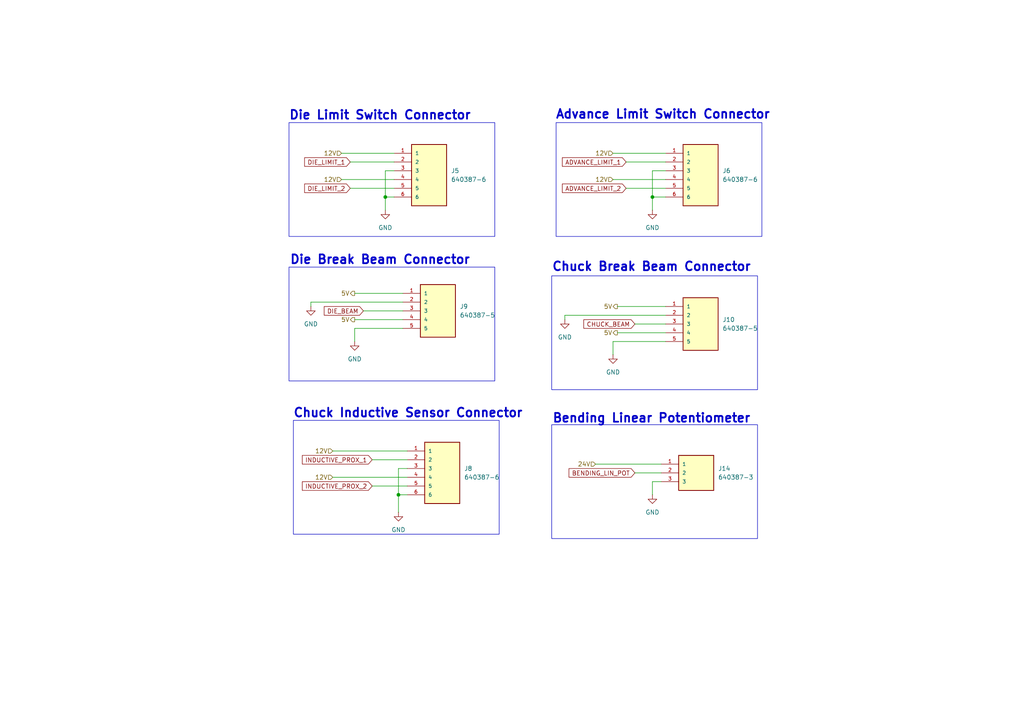
<source format=kicad_sch>
(kicad_sch (version 20231120) (generator "eeschema") (generator_version "8.0")
  (paper "A4")
  (lib_symbols
    (symbol "640387-3:640387-3" (pin_names (offset 1.016))
      (property "Reference" "J" (at -5.58 5.08 0))
      (property "Value" "640387-3" (at -5.08 -7.62 0))
      (symbol "640387-3_0_0"
        (rectangle (start -5.08 -5.08) (end 5.08 5.08) (stroke (width 0.254)) (fill (type background)))
        (pin passive line (at -10.16 2.54 0) (length 5.08) (name "1") (number "1"))
        (pin passive line (at -10.16 0 0) (length 5.08) (name "2") (number "2"))
        (pin passive line (at -10.16 -2.54 0) (length 5.08) (name "3") (number "3"))
      )
    )
    (symbol "640387-5:640387-5" (pin_names (offset 1.016))
      (property "Reference" "J" (at -5.58 7.62 0))
      (property "Value" "640387-5" (at -5.08 -10.16 0))
      (symbol "640387-5_0_0"
        (rectangle (start -5.08 -7.62) (end 5.08 7.62) (stroke (width 0.254)) (fill (type background)))
        (pin passive line (at -10.16 5.08 0) (length 5.08) (name "1") (number "1"))
        (pin passive line (at -10.16 2.54 0) (length 5.08) (name "2") (number "2"))
        (pin passive line (at -10.16 0 0) (length 5.08) (name "3") (number "3"))
        (pin passive line (at -10.16 -2.54 0) (length 5.08) (name "4") (number "4"))
        (pin passive line (at -10.16 -5.08 0) (length 5.08) (name "5") (number "5"))
      )
    )
    (symbol "640387-6:640387-6" (pin_names (offset 1.016))
      (property "Reference" "J" (at -5.58 10.16 0))
      (property "Value" "640387-6" (at -5.08 -10.16 0))
      (symbol "640387-6_0_0"
        (rectangle (start -5.08 -7.62) (end 5.08 10.16) (stroke (width 0.254)) (fill (type background)))
        (pin passive line (at -10.16 7.62 0) (length 5.08) (name "1") (number "1"))
        (pin passive line (at -10.16 5.08 0) (length 5.08) (name "2") (number "2"))
        (pin passive line (at -10.16 2.54 0) (length 5.08) (name "3") (number "3"))
        (pin passive line (at -10.16 0 0) (length 5.08) (name "4") (number "4"))
        (pin passive line (at -10.16 -2.54 0) (length 5.08) (name "5") (number "5"))
        (pin passive line (at -10.16 -5.08 0) (length 5.08) (name "6") (number "6"))
      )
    )
    (symbol "power:GND" (power) (pin_numbers hide) (pin_names (offset 0) hide)
      (property "Value" "GND" (at 0 -3.81 0))
      (symbol "GND_0_1"
        (polyline (pts (xy 0 0) (xy 0 -1.27) (xy 1.27 -1.27) (xy 0 -2.54) (xy -1.27 -1.27) (xy 0 -1.27)))
      )
      (symbol "GND_1_1"
        (pin power_in line (at 0 0 270) (length 0) (name "~") (number "1"))
      )
    )
  )
  (junction (at 189.23 57.15))
  (junction (at 111.76 57.15))
  (junction (at 115.57 143.51))
  (wire (pts (xy 96.52 138.43) (xy 118.11 138.43)))
  (wire (pts (xy 96.52 130.81) (xy 118.11 130.81)))
  (wire (pts (xy 181.61 54.61) (xy 193.04 54.61)))
  (wire (pts (xy 114.3 49.53) (xy 111.76 49.53)))
  (wire (pts (xy 177.8 102.87) (xy 177.8 99.06)))
  (wire (pts (xy 179.07 96.52) (xy 193.04 96.52)))
  (wire (pts (xy 102.87 95.25) (xy 116.84 95.25)))
  (wire (pts (xy 105.41 90.17) (xy 116.84 90.17)))
  (wire (pts (xy 114.3 52.07) (xy 99.06 52.07)))
  (wire (pts (xy 101.6 46.99) (xy 114.3 46.99)))
  (wire (pts (xy 102.87 85.09) (xy 116.84 85.09)))
  (wire (pts (xy 115.57 135.89) (xy 115.57 143.51)))
  (wire (pts (xy 177.8 44.45) (xy 193.04 44.45)))
  (wire (pts (xy 118.11 135.89) (xy 115.57 135.89)))
  (wire (pts (xy 102.87 92.71) (xy 116.84 92.71)))
  (wire (pts (xy 102.87 99.06) (xy 102.87 95.25)))
  (wire (pts (xy 189.23 49.53) (xy 189.23 57.15)))
  (wire (pts (xy 189.23 49.53) (xy 193.04 49.53)))
  (wire (pts (xy 184.15 137.16) (xy 191.77 137.16)))
  (wire (pts (xy 101.6 54.61) (xy 114.3 54.61)))
  (wire (pts (xy 163.83 91.44) (xy 193.04 91.44)))
  (wire (pts (xy 179.07 88.9) (xy 193.04 88.9)))
  (wire (pts (xy 189.23 57.15) (xy 189.23 60.96)))
  (wire (pts (xy 99.06 44.45) (xy 114.3 44.45)))
  (wire (pts (xy 184.15 93.98) (xy 193.04 93.98)))
  (wire (pts (xy 191.77 139.7) (xy 189.23 139.7)))
  (wire (pts (xy 177.8 52.07) (xy 193.04 52.07)))
  (wire (pts (xy 107.95 133.35) (xy 118.11 133.35)))
  (wire (pts (xy 115.57 143.51) (xy 115.57 148.59)))
  (wire (pts (xy 189.23 139.7) (xy 189.23 143.51)))
  (wire (pts (xy 111.76 49.53) (xy 111.76 57.15)))
  (wire (pts (xy 90.17 87.63) (xy 116.84 87.63)))
  (wire (pts (xy 172.72 134.62) (xy 191.77 134.62)))
  (wire (pts (xy 189.23 57.15) (xy 193.04 57.15)))
  (wire (pts (xy 111.76 57.15) (xy 111.76 60.96)))
  (wire (pts (xy 107.95 140.97) (xy 118.11 140.97)))
  (wire (pts (xy 111.76 57.15) (xy 114.3 57.15)))
  (wire (pts (xy 177.8 99.06) (xy 193.04 99.06)))
  (wire (pts (xy 163.83 92.71) (xy 163.83 91.44)))
  (wire (pts (xy 115.57 143.51) (xy 118.11 143.51)))
  (wire (pts (xy 90.17 88.9) (xy 90.17 87.63)))
  (wire (pts (xy 181.61 46.99) (xy 193.04 46.99)))
  (rectangle (start 85.09 121.92) (end 144.78 154.94))
  (rectangle (start 83.82 77.47) (end 143.51 110.49))
  (rectangle (start 83.82 35.56) (end 143.51 68.58))
  (rectangle (start 160.02 80.01) (end 219.71 113.03))
  (rectangle (start 161.29 35.56) (end 220.98 68.58))
  (rectangle (start 160.02 123.19) (end 219.71 156.21))
  (text "Chuck Inductive Sensor Connector" (at 118.364 119.888 0) (effects (font (size 2.54 2.54) (thickness 0.508) (bold yes))))
  (text "Advance Limit Switch Connector" (at 192.278 33.274 0) (effects (font (size 2.54 2.54) (thickness 0.508) (bold yes))))
  (text "Die Break Beam Connector" (at 110.236 75.438 0) (effects (font (size 2.54 2.54) (thickness 0.508) (bold yes))))
  (text "Chuck Break Beam Connector" (at 188.976 77.47 0) (effects (font (size 2.54 2.54) (thickness 0.508) (bold yes))))
  (text "Bending Linear Potentiometer" (at 188.976 121.412 0) (effects (font (size 2.54 2.54) (thickness 0.508) (bold yes))))
  (text "Die Limit Switch Connector" (at 110.236 33.528 0) (effects (font (size 2.54 2.54) (thickness 0.508) (bold yes))))
  (global_label "CHUCK_BEAM" (shape input) (at 184.15 93.98 180) (property "Intersheetrefs" "${INTERSHEET_REFS}" (effects (hide yes))))
  (global_label "BENDING_LIN_POT" (shape input) (at 184.15 137.16 180) (property "Intersheetrefs" "${INTERSHEET_REFS}" (effects (hide yes))))
  (global_label "DIE_LIMIT_2" (shape input) (at 101.6 54.61 180) (property "Intersheetrefs" "${INTERSHEET_REFS}" (effects (hide yes))))
  (global_label "DIE_LIMIT_1" (shape input) (at 101.6 46.99 180) (property "Intersheetrefs" "${INTERSHEET_REFS}" (effects (hide yes))))
  (global_label "INDUCTIVE_PROX_1" (shape input) (at 107.95 133.35 180) (property "Intersheetrefs" "${INTERSHEET_REFS}" (effects (hide yes))))
  (global_label "ADVANCE_LIMIT_1" (shape input) (at 181.61 46.99 180) (property "Intersheetrefs" "${INTERSHEET_REFS}" (effects (hide yes))))
  (global_label "INDUCTIVE_PROX_2" (shape input) (at 107.95 140.97 180) (property "Intersheetrefs" "${INTERSHEET_REFS}" (effects (hide yes))))
  (global_label "ADVANCE_LIMIT_2" (shape input) (at 181.61 54.61 180) (property "Intersheetrefs" "${INTERSHEET_REFS}" (effects (hide yes))))
  (global_label "DIE_BEAM" (shape input) (at 105.41 90.17 180) (property "Intersheetrefs" "${INTERSHEET_REFS}" (effects (hide yes))))
  (hierarchical_label "5V" (shape output) (at 102.87 85.09 180))
  (hierarchical_label "12V" (shape input) (at 177.8 52.07 180))
  (hierarchical_label "12V" (shape input) (at 99.06 52.07 180))
  (hierarchical_label "5V" (shape output) (at 179.07 96.52 180))
  (hierarchical_label "12V" (shape input) (at 99.06 44.45 180))
  (hierarchical_label "5V" (shape output) (at 102.87 92.71 180))
  (hierarchical_label "12V" (shape input) (at 177.8 44.45 180))
  (hierarchical_label "12V" (shape input) (at 96.52 138.43 180))
  (hierarchical_label "24V" (shape input) (at 172.72 134.62 180))
  (hierarchical_label "12V" (shape input) (at 96.52 130.81 180))
  (hierarchical_label "5V" (shape output) (at 179.07 88.9 180))
  (symbol (lib_id "power:GND") (at 102.87 99.06 0) (unit 1)
    (property "Reference" "#PWR037" (effects (hide yes)))
    (property "Value" "GND" (at 102.87 104.14 0))
    (property "Description" "Power symbol creates a global label with name \"GND\" , ground" (effects (hide yes)))
  )
  (symbol (lib_id "power:GND") (at 111.76 60.96 0) (unit 1)
    (property "Reference" "#PWR034" (effects (hide yes)))
    (property "Value" "GND" (at 111.76 66.04 0))
    (property "Description" "Power symbol creates a global label with name \"GND\" , ground" (effects (hide yes)))
  )
  (symbol (lib_id "640387-5:640387-5") (at 203.2 93.98 0) (unit 1)
    (property "Reference" "J10" (at 209.55 92.7099 0) (effects (justify left)))
    (property "Value" "640387-5" (at 209.55 95.2499 0) (effects (justify left)))
    (property "Footprint" "640387-5:TE_640387-5" (effects (hide yes)))
    (property "PARTREV" "R" (effects (hide yes)))
    (property "STANDARD" "Manufacturer Recommendations" (effects (hide yes)))
    (property "MANUFACTURER" "TE" (effects (hide yes)))
  )
  (symbol (lib_id "640387-3:640387-3") (at 201.93 137.16 0) (unit 1)
    (property "Reference" "J14" (at 208.28 135.8899 0) (effects (justify left)))
    (property "Value" "640387-3" (at 208.28 138.4299 0) (effects (justify left)))
    (property "Footprint" "640387-3:TE_640387-3" (effects (hide yes)))
    (property "PARTREV" "R" (effects (hide yes)))
    (property "STANDARD" "Manufacturer Recommendations" (effects (hide yes)))
    (property "MANUFACTURER" "TE" (effects (hide yes)))
  )
  (symbol (lib_id "640387-6:640387-6") (at 128.27 138.43 0) (unit 1)
    (property "Reference" "J8" (at 134.62 135.8899 0) (effects (justify left)))
    (property "Value" "640387-6" (at 134.62 138.4299 0) (effects (justify left)))
    (property "Footprint" "640387-6:TE_640387-6" (effects (hide yes)))
    (property "PARTREV" "R" (effects (hide yes)))
    (property "STANDARD" "Manufacturer Recommendations" (effects (hide yes)))
    (property "MANUFACTURER" "TE" (effects (hide yes)))
  )
  (symbol (lib_id "640387-5:640387-5") (at 127 90.17 0) (unit 1)
    (property "Reference" "J9" (at 133.35 88.8999 0) (effects (justify left)))
    (property "Value" "640387-5" (at 133.35 91.4399 0) (effects (justify left)))
    (property "Footprint" "640387-5:TE_640387-5" (effects (hide yes)))
    (property "PARTREV" "R" (effects (hide yes)))
    (property "STANDARD" "Manufacturer Recommendations" (effects (hide yes)))
    (property "MANUFACTURER" "TE" (effects (hide yes)))
  )
  (symbol (lib_id "power:GND") (at 115.57 148.59 0) (unit 1)
    (property "Reference" "#PWR041" (effects (hide yes)))
    (property "Value" "GND" (at 115.57 153.67 0))
    (property "Description" "Power symbol creates a global label with name \"GND\" , ground" (effects (hide yes)))
  )
  (symbol (lib_id "power:GND") (at 177.8 102.87 0) (unit 1)
    (property "Reference" "#PWR038" (effects (hide yes)))
    (property "Value" "GND" (at 177.8 107.95 0))
    (property "Description" "Power symbol creates a global label with name \"GND\" , ground" (effects (hide yes)))
  )
  (symbol (lib_id "640387-6:640387-6") (at 203.2 52.07 0) (unit 1)
    (property "Reference" "J6" (at 209.55 49.5299 0) (effects (justify left)))
    (property "Value" "640387-6" (at 209.55 52.0699 0) (effects (justify left)))
    (property "Footprint" "640387-6:TE_640387-6" (effects (hide yes)))
    (property "PARTREV" "R" (effects (hide yes)))
    (property "STANDARD" "Manufacturer Recommendations" (effects (hide yes)))
    (property "MANUFACTURER" "TE" (effects (hide yes)))
  )
  (symbol (lib_id "power:GND") (at 189.23 60.96 0) (unit 1)
    (property "Reference" "#PWR036" (effects (hide yes)))
    (property "Value" "GND" (at 189.23 66.04 0))
    (property "Description" "Power symbol creates a global label with name \"GND\" , ground" (effects (hide yes)))
  )
  (symbol (lib_id "power:GND") (at 189.23 143.51 0) (unit 1)
    (property "Reference" "#PWR042" (effects (hide yes)))
    (property "Value" "GND" (at 189.23 148.59 0))
    (property "Description" "Power symbol creates a global label with name \"GND\" , ground" (effects (hide yes)))
  )
  (symbol (lib_id "power:GND") (at 163.83 92.71 0) (unit 1)
    (property "Reference" "#PWR040" (effects (hide yes)))
    (property "Value" "GND" (at 163.83 97.79 0))
    (property "Description" "Power symbol creates a global label with name \"GND\" , ground" (effects (hide yes)))
  )
  (symbol (lib_id "640387-6:640387-6") (at 124.46 52.07 0) (unit 1)
    (property "Reference" "J5" (at 130.81 49.5299 0) (effects (justify left)))
    (property "Value" "640387-6" (at 130.81 52.0699 0) (effects (justify left)))
    (property "Footprint" "640387-6:TE_640387-6" (effects (hide yes)))
    (property "PARTREV" "R" (effects (hide yes)))
    (property "STANDARD" "Manufacturer Recommendations" (effects (hide yes)))
    (property "MANUFACTURER" "TE" (effects (hide yes)))
  )
  (symbol (lib_id "power:GND") (at 90.17 88.9 0) (unit 1)
    (property "Reference" "#PWR039" (effects (hide yes)))
    (property "Value" "GND" (at 90.17 93.98 0))
    (property "Description" "Power symbol creates a global label with name \"GND\" , ground" (effects (hide yes)))
  )
)
</source>
